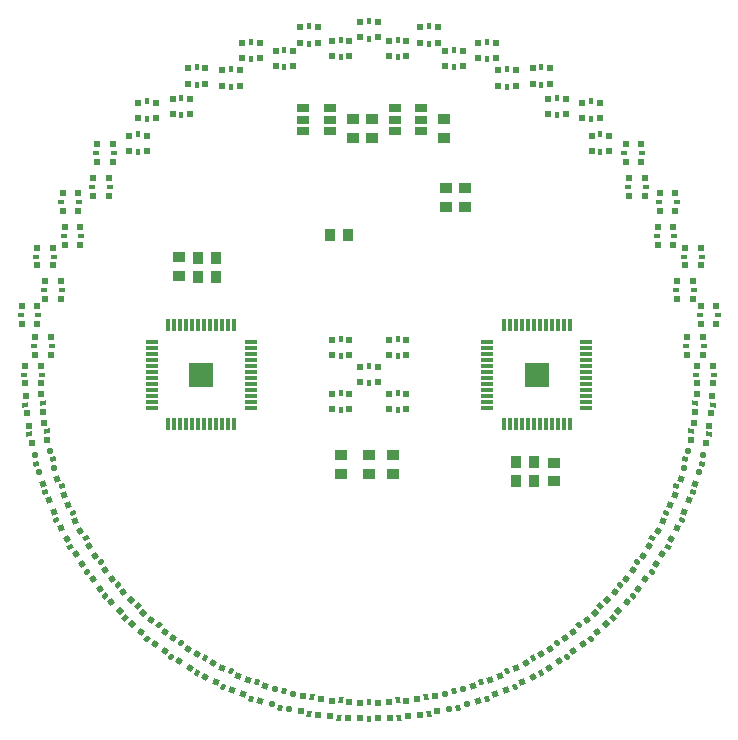
<source format=gtp>
G04 Layer_Color=8421504*
%FSLAX25Y25*%
%MOIN*%
G70*
G01*
G75*
%ADD10R,0.03937X0.03543*%
%ADD11R,0.04134X0.02559*%
%ADD12R,0.03543X0.03937*%
%ADD13R,0.01200X0.04000*%
%ADD14R,0.04000X0.01200*%
%ADD15R,0.07874X0.07874*%
%ADD16R,0.01969X0.01969*%
%ADD17R,0.01575X0.01969*%
%ADD18R,0.01969X0.01969*%
%ADD19R,0.01969X0.01575*%
%ADD20P,0.02784X4X320.0*%
G04:AMPARAMS|DCode=21|XSize=15.75mil|YSize=19.69mil|CornerRadius=0mil|HoleSize=0mil|Usage=FLASHONLY|Rotation=275.000|XOffset=0mil|YOffset=0mil|HoleType=Round|Shape=Rectangle|*
%AMROTATEDRECTD21*
4,1,4,-0.01049,0.00699,0.00912,0.00870,0.01049,-0.00699,-0.00912,-0.00870,-0.01049,0.00699,0.0*
%
%ADD21ROTATEDRECTD21*%

%ADD22P,0.02784X4X335.0*%
G04:AMPARAMS|DCode=23|XSize=15.75mil|YSize=19.69mil|CornerRadius=0mil|HoleSize=0mil|Usage=FLASHONLY|Rotation=290.000|XOffset=0mil|YOffset=0mil|HoleType=Round|Shape=Rectangle|*
%AMROTATEDRECTD23*
4,1,4,-0.01194,0.00403,0.00656,0.01077,0.01194,-0.00403,-0.00656,-0.01077,-0.01194,0.00403,0.0*
%
%ADD23ROTATEDRECTD23*%

%ADD24P,0.02784X4X350.0*%
G04:AMPARAMS|DCode=25|XSize=15.75mil|YSize=19.69mil|CornerRadius=0mil|HoleSize=0mil|Usage=FLASHONLY|Rotation=305.000|XOffset=0mil|YOffset=0mil|HoleType=Round|Shape=Rectangle|*
%AMROTATEDRECTD25*
4,1,4,-0.01258,0.00081,0.00355,0.01210,0.01258,-0.00081,-0.00355,-0.01210,-0.01258,0.00081,0.0*
%
%ADD25ROTATEDRECTD25*%

%ADD26P,0.02784X4X365.0*%
G04:AMPARAMS|DCode=27|XSize=15.75mil|YSize=19.69mil|CornerRadius=0mil|HoleSize=0mil|Usage=FLASHONLY|Rotation=320.000|XOffset=0mil|YOffset=0mil|HoleType=Round|Shape=Rectangle|*
%AMROTATEDRECTD27*
4,1,4,-0.01236,-0.00248,0.00030,0.01260,0.01236,0.00248,-0.00030,-0.01260,-0.01236,-0.00248,0.0*
%
%ADD27ROTATEDRECTD27*%

%ADD28P,0.02784X4X380.0*%
G04:AMPARAMS|DCode=29|XSize=15.75mil|YSize=19.69mil|CornerRadius=0mil|HoleSize=0mil|Usage=FLASHONLY|Rotation=335.000|XOffset=0mil|YOffset=0mil|HoleType=Round|Shape=Rectangle|*
%AMROTATEDRECTD29*
4,1,4,-0.01130,-0.00559,-0.00298,0.01225,0.01130,0.00559,0.00298,-0.01225,-0.01130,-0.00559,0.0*
%
%ADD29ROTATEDRECTD29*%

%ADD30P,0.02784X4X395.0*%
G04:AMPARAMS|DCode=31|XSize=15.75mil|YSize=19.69mil|CornerRadius=0mil|HoleSize=0mil|Usage=FLASHONLY|Rotation=350.000|XOffset=0mil|YOffset=0mil|HoleType=Round|Shape=Rectangle|*
%AMROTATEDRECTD31*
4,1,4,-0.00946,-0.00833,-0.00605,0.01106,0.00946,0.00833,0.00605,-0.01106,-0.00946,-0.00833,0.0*
%
%ADD31ROTATEDRECTD31*%

%ADD32P,0.02784X4X50.0*%
G04:AMPARAMS|DCode=33|XSize=15.75mil|YSize=19.69mil|CornerRadius=0mil|HoleSize=0mil|Usage=FLASHONLY|Rotation=5.000|XOffset=0mil|YOffset=0mil|HoleType=Round|Shape=Rectangle|*
%AMROTATEDRECTD33*
4,1,4,-0.00699,-0.01049,-0.00870,0.00912,0.00699,0.01049,0.00870,-0.00912,-0.00699,-0.01049,0.0*
%
%ADD33ROTATEDRECTD33*%

%ADD34P,0.02784X4X65.0*%
G04:AMPARAMS|DCode=35|XSize=15.75mil|YSize=19.69mil|CornerRadius=0mil|HoleSize=0mil|Usage=FLASHONLY|Rotation=20.000|XOffset=0mil|YOffset=0mil|HoleType=Round|Shape=Rectangle|*
%AMROTATEDRECTD35*
4,1,4,-0.00403,-0.01194,-0.01077,0.00656,0.00403,0.01194,0.01077,-0.00656,-0.00403,-0.01194,0.0*
%
%ADD35ROTATEDRECTD35*%

%ADD36P,0.02784X4X80.0*%
G04:AMPARAMS|DCode=37|XSize=15.75mil|YSize=19.69mil|CornerRadius=0mil|HoleSize=0mil|Usage=FLASHONLY|Rotation=35.000|XOffset=0mil|YOffset=0mil|HoleType=Round|Shape=Rectangle|*
%AMROTATEDRECTD37*
4,1,4,-0.00081,-0.01258,-0.01210,0.00355,0.00081,0.01258,0.01210,-0.00355,-0.00081,-0.01258,0.0*
%
%ADD37ROTATEDRECTD37*%

%ADD38P,0.02784X4X95.0*%
G04:AMPARAMS|DCode=39|XSize=15.75mil|YSize=19.69mil|CornerRadius=0mil|HoleSize=0mil|Usage=FLASHONLY|Rotation=50.000|XOffset=0mil|YOffset=0mil|HoleType=Round|Shape=Rectangle|*
%AMROTATEDRECTD39*
4,1,4,0.00248,-0.01236,-0.01260,0.00030,-0.00248,0.01236,0.01260,-0.00030,0.00248,-0.01236,0.0*
%
%ADD39ROTATEDRECTD39*%

%ADD40P,0.02784X4X110.0*%
G04:AMPARAMS|DCode=41|XSize=15.75mil|YSize=19.69mil|CornerRadius=0mil|HoleSize=0mil|Usage=FLASHONLY|Rotation=65.000|XOffset=0mil|YOffset=0mil|HoleType=Round|Shape=Rectangle|*
%AMROTATEDRECTD41*
4,1,4,0.00559,-0.01130,-0.01225,-0.00298,-0.00559,0.01130,0.01225,0.00298,0.00559,-0.01130,0.0*
%
%ADD41ROTATEDRECTD41*%

%ADD42P,0.02784X4X125.0*%
G04:AMPARAMS|DCode=43|XSize=15.75mil|YSize=19.69mil|CornerRadius=0mil|HoleSize=0mil|Usage=FLASHONLY|Rotation=80.000|XOffset=0mil|YOffset=0mil|HoleType=Round|Shape=Rectangle|*
%AMROTATEDRECTD43*
4,1,4,0.00833,-0.00946,-0.01106,-0.00605,-0.00833,0.00946,0.01106,0.00605,0.00833,-0.00946,0.0*
%
%ADD43ROTATEDRECTD43*%

%ADD44P,0.02784X4X330.0*%
G04:AMPARAMS|DCode=45|XSize=15.75mil|YSize=19.69mil|CornerRadius=0mil|HoleSize=0mil|Usage=FLASHONLY|Rotation=285.000|XOffset=0mil|YOffset=0mil|HoleType=Round|Shape=Rectangle|*
%AMROTATEDRECTD45*
4,1,4,-0.01155,0.00506,0.00747,0.01015,0.01155,-0.00506,-0.00747,-0.01015,-0.01155,0.00506,0.0*
%
%ADD45ROTATEDRECTD45*%

%ADD46P,0.02784X4X345.0*%
G04:AMPARAMS|DCode=47|XSize=15.75mil|YSize=19.69mil|CornerRadius=0mil|HoleSize=0mil|Usage=FLASHONLY|Rotation=300.000|XOffset=0mil|YOffset=0mil|HoleType=Round|Shape=Rectangle|*
%AMROTATEDRECTD47*
4,1,4,-0.01246,0.00190,0.00459,0.01174,0.01246,-0.00190,-0.00459,-0.01174,-0.01246,0.00190,0.0*
%
%ADD47ROTATEDRECTD47*%

%ADD48P,0.02784X4X360.0*%
G04:AMPARAMS|DCode=49|XSize=15.75mil|YSize=19.69mil|CornerRadius=0mil|HoleSize=0mil|Usage=FLASHONLY|Rotation=315.000|XOffset=0mil|YOffset=0mil|HoleType=Round|Shape=Rectangle|*
%AMROTATEDRECTD49*
4,1,4,-0.01253,-0.00139,0.00139,0.01253,0.01253,0.00139,-0.00139,-0.01253,-0.01253,-0.00139,0.0*
%
%ADD49ROTATEDRECTD49*%

%ADD50P,0.02784X4X375.0*%
G04:AMPARAMS|DCode=51|XSize=15.75mil|YSize=19.69mil|CornerRadius=0mil|HoleSize=0mil|Usage=FLASHONLY|Rotation=330.000|XOffset=0mil|YOffset=0mil|HoleType=Round|Shape=Rectangle|*
%AMROTATEDRECTD51*
4,1,4,-0.01174,-0.00459,-0.00190,0.01246,0.01174,0.00459,0.00190,-0.01246,-0.01174,-0.00459,0.0*
%
%ADD51ROTATEDRECTD51*%

%ADD52P,0.02784X4X390.0*%
G04:AMPARAMS|DCode=53|XSize=15.75mil|YSize=19.69mil|CornerRadius=0mil|HoleSize=0mil|Usage=FLASHONLY|Rotation=345.000|XOffset=0mil|YOffset=0mil|HoleType=Round|Shape=Rectangle|*
%AMROTATEDRECTD53*
4,1,4,-0.01015,-0.00747,-0.00506,0.01155,0.01015,0.00747,0.00506,-0.01155,-0.01015,-0.00747,0.0*
%
%ADD53ROTATEDRECTD53*%

%ADD54P,0.02784X4X60.0*%
G04:AMPARAMS|DCode=55|XSize=15.75mil|YSize=19.69mil|CornerRadius=0mil|HoleSize=0mil|Usage=FLASHONLY|Rotation=15.000|XOffset=0mil|YOffset=0mil|HoleType=Round|Shape=Rectangle|*
%AMROTATEDRECTD55*
4,1,4,-0.00506,-0.01155,-0.01015,0.00747,0.00506,0.01155,0.01015,-0.00747,-0.00506,-0.01155,0.0*
%
%ADD55ROTATEDRECTD55*%

%ADD56P,0.02784X4X75.0*%
G04:AMPARAMS|DCode=57|XSize=15.75mil|YSize=19.69mil|CornerRadius=0mil|HoleSize=0mil|Usage=FLASHONLY|Rotation=30.000|XOffset=0mil|YOffset=0mil|HoleType=Round|Shape=Rectangle|*
%AMROTATEDRECTD57*
4,1,4,-0.00190,-0.01246,-0.01174,0.00459,0.00190,0.01246,0.01174,-0.00459,-0.00190,-0.01246,0.0*
%
%ADD57ROTATEDRECTD57*%

%ADD58P,0.02784X4X90.0*%
G04:AMPARAMS|DCode=59|XSize=15.75mil|YSize=19.69mil|CornerRadius=0mil|HoleSize=0mil|Usage=FLASHONLY|Rotation=45.000|XOffset=0mil|YOffset=0mil|HoleType=Round|Shape=Rectangle|*
%AMROTATEDRECTD59*
4,1,4,0.00139,-0.01253,-0.01253,0.00139,-0.00139,0.01253,0.01253,-0.00139,0.00139,-0.01253,0.0*
%
%ADD59ROTATEDRECTD59*%

%ADD60P,0.02784X4X105.0*%
G04:AMPARAMS|DCode=61|XSize=15.75mil|YSize=19.69mil|CornerRadius=0mil|HoleSize=0mil|Usage=FLASHONLY|Rotation=60.000|XOffset=0mil|YOffset=0mil|HoleType=Round|Shape=Rectangle|*
%AMROTATEDRECTD61*
4,1,4,0.00459,-0.01174,-0.01246,-0.00190,-0.00459,0.01174,0.01246,0.00190,0.00459,-0.01174,0.0*
%
%ADD61ROTATEDRECTD61*%

%ADD62P,0.02784X4X120.0*%
G04:AMPARAMS|DCode=63|XSize=15.75mil|YSize=19.69mil|CornerRadius=0mil|HoleSize=0mil|Usage=FLASHONLY|Rotation=75.000|XOffset=0mil|YOffset=0mil|HoleType=Round|Shape=Rectangle|*
%AMROTATEDRECTD63*
4,1,4,0.00747,-0.01015,-0.01155,-0.00506,-0.00747,0.01015,0.01155,0.00506,0.00747,-0.01015,0.0*
%
%ADD63ROTATEDRECTD63*%

%ADD64P,0.02784X4X130.0*%
G04:AMPARAMS|DCode=65|XSize=15.75mil|YSize=19.69mil|CornerRadius=0mil|HoleSize=0mil|Usage=FLASHONLY|Rotation=85.000|XOffset=0mil|YOffset=0mil|HoleType=Round|Shape=Rectangle|*
%AMROTATEDRECTD65*
4,1,4,0.00912,-0.00870,-0.01049,-0.00699,-0.00912,0.00870,0.01049,0.00699,0.00912,-0.00870,0.0*
%
%ADD65ROTATEDRECTD65*%

%ADD66P,0.02784X4X115.0*%
G04:AMPARAMS|DCode=67|XSize=15.75mil|YSize=19.69mil|CornerRadius=0mil|HoleSize=0mil|Usage=FLASHONLY|Rotation=70.000|XOffset=0mil|YOffset=0mil|HoleType=Round|Shape=Rectangle|*
%AMROTATEDRECTD67*
4,1,4,0.00656,-0.01077,-0.01194,-0.00403,-0.00656,0.01077,0.01194,0.00403,0.00656,-0.01077,0.0*
%
%ADD67ROTATEDRECTD67*%

%ADD68P,0.02784X4X100.0*%
G04:AMPARAMS|DCode=69|XSize=15.75mil|YSize=19.69mil|CornerRadius=0mil|HoleSize=0mil|Usage=FLASHONLY|Rotation=55.000|XOffset=0mil|YOffset=0mil|HoleType=Round|Shape=Rectangle|*
%AMROTATEDRECTD69*
4,1,4,0.00355,-0.01210,-0.01258,-0.00081,-0.00355,0.01210,0.01258,0.00081,0.00355,-0.01210,0.0*
%
%ADD69ROTATEDRECTD69*%

%ADD70P,0.02784X4X85.0*%
G04:AMPARAMS|DCode=71|XSize=15.75mil|YSize=19.69mil|CornerRadius=0mil|HoleSize=0mil|Usage=FLASHONLY|Rotation=40.000|XOffset=0mil|YOffset=0mil|HoleType=Round|Shape=Rectangle|*
%AMROTATEDRECTD71*
4,1,4,0.00030,-0.01260,-0.01236,0.00248,-0.00030,0.01260,0.01236,-0.00248,0.00030,-0.01260,0.0*
%
%ADD71ROTATEDRECTD71*%

%ADD72P,0.02784X4X70.0*%
G04:AMPARAMS|DCode=73|XSize=15.75mil|YSize=19.69mil|CornerRadius=0mil|HoleSize=0mil|Usage=FLASHONLY|Rotation=25.000|XOffset=0mil|YOffset=0mil|HoleType=Round|Shape=Rectangle|*
%AMROTATEDRECTD73*
4,1,4,-0.00298,-0.01225,-0.01130,0.00559,0.00298,0.01225,0.01130,-0.00559,-0.00298,-0.01225,0.0*
%
%ADD73ROTATEDRECTD73*%

%ADD74P,0.02784X4X55.0*%
G04:AMPARAMS|DCode=75|XSize=15.75mil|YSize=19.69mil|CornerRadius=0mil|HoleSize=0mil|Usage=FLASHONLY|Rotation=10.000|XOffset=0mil|YOffset=0mil|HoleType=Round|Shape=Rectangle|*
%AMROTATEDRECTD75*
4,1,4,-0.00605,-0.01106,-0.00946,0.00833,0.00605,0.01106,0.00946,-0.00833,-0.00605,-0.01106,0.0*
%
%ADD75ROTATEDRECTD75*%

%ADD76P,0.02784X4X400.0*%
G04:AMPARAMS|DCode=77|XSize=15.75mil|YSize=19.69mil|CornerRadius=0mil|HoleSize=0mil|Usage=FLASHONLY|Rotation=355.000|XOffset=0mil|YOffset=0mil|HoleType=Round|Shape=Rectangle|*
%AMROTATEDRECTD77*
4,1,4,-0.00870,-0.00912,-0.00699,0.01049,0.00870,0.00912,0.00699,-0.01049,-0.00870,-0.00912,0.0*
%
%ADD77ROTATEDRECTD77*%

%ADD78P,0.02784X4X385.0*%
G04:AMPARAMS|DCode=79|XSize=15.75mil|YSize=19.69mil|CornerRadius=0mil|HoleSize=0mil|Usage=FLASHONLY|Rotation=340.000|XOffset=0mil|YOffset=0mil|HoleType=Round|Shape=Rectangle|*
%AMROTATEDRECTD79*
4,1,4,-0.01077,-0.00656,-0.00403,0.01194,0.01077,0.00656,0.00403,-0.01194,-0.01077,-0.00656,0.0*
%
%ADD79ROTATEDRECTD79*%

%ADD80P,0.02784X4X370.0*%
G04:AMPARAMS|DCode=81|XSize=15.75mil|YSize=19.69mil|CornerRadius=0mil|HoleSize=0mil|Usage=FLASHONLY|Rotation=325.000|XOffset=0mil|YOffset=0mil|HoleType=Round|Shape=Rectangle|*
%AMROTATEDRECTD81*
4,1,4,-0.01210,-0.00355,-0.00081,0.01258,0.01210,0.00355,0.00081,-0.01258,-0.01210,-0.00355,0.0*
%
%ADD81ROTATEDRECTD81*%

%ADD82P,0.02784X4X355.0*%
G04:AMPARAMS|DCode=83|XSize=15.75mil|YSize=19.69mil|CornerRadius=0mil|HoleSize=0mil|Usage=FLASHONLY|Rotation=310.000|XOffset=0mil|YOffset=0mil|HoleType=Round|Shape=Rectangle|*
%AMROTATEDRECTD83*
4,1,4,-0.01260,-0.00030,0.00248,0.01236,0.01260,0.00030,-0.00248,-0.01236,-0.01260,-0.00030,0.0*
%
%ADD83ROTATEDRECTD83*%

%ADD84P,0.02784X4X340.0*%
G04:AMPARAMS|DCode=85|XSize=15.75mil|YSize=19.69mil|CornerRadius=0mil|HoleSize=0mil|Usage=FLASHONLY|Rotation=295.000|XOffset=0mil|YOffset=0mil|HoleType=Round|Shape=Rectangle|*
%AMROTATEDRECTD85*
4,1,4,-0.01225,0.00298,0.00559,0.01130,0.01225,-0.00298,-0.00559,-0.01130,-0.01225,0.00298,0.0*
%
%ADD85ROTATEDRECTD85*%

%ADD86P,0.02784X4X325.0*%
G04:AMPARAMS|DCode=87|XSize=15.75mil|YSize=19.69mil|CornerRadius=0mil|HoleSize=0mil|Usage=FLASHONLY|Rotation=280.000|XOffset=0mil|YOffset=0mil|HoleType=Round|Shape=Rectangle|*
%AMROTATEDRECTD87*
4,1,4,-0.01106,0.00605,0.00833,0.00946,0.01106,-0.00605,-0.00833,-0.00946,-0.01106,0.00605,0.0*
%
%ADD87ROTATEDRECTD87*%

D10*
X1000Y85150D02*
D03*
Y78850D02*
D03*
X-5500Y85150D02*
D03*
Y78850D02*
D03*
X25000Y85150D02*
D03*
Y78850D02*
D03*
X32000Y55850D02*
D03*
Y62150D02*
D03*
X25500Y55850D02*
D03*
Y62150D02*
D03*
X-63500Y32850D02*
D03*
Y39150D02*
D03*
X8000Y-26850D02*
D03*
Y-33150D02*
D03*
X0Y-26850D02*
D03*
Y-33150D02*
D03*
X-9500Y-26850D02*
D03*
Y-33150D02*
D03*
X61500Y-29350D02*
D03*
Y-35650D02*
D03*
D11*
X-13071Y81260D02*
D03*
Y85000D02*
D03*
Y88740D02*
D03*
X-21929D02*
D03*
Y85000D02*
D03*
Y81260D02*
D03*
X17429D02*
D03*
Y85000D02*
D03*
Y88740D02*
D03*
X8571D02*
D03*
Y85000D02*
D03*
Y81260D02*
D03*
D12*
X-13150Y46500D02*
D03*
X-6850D02*
D03*
X-57150Y39000D02*
D03*
X-50850D02*
D03*
X-57150Y32500D02*
D03*
X-50850D02*
D03*
X48850Y-29000D02*
D03*
X55150D02*
D03*
X48850Y-35500D02*
D03*
X55150D02*
D03*
D13*
X-66906Y16500D02*
D03*
X-64906D02*
D03*
X-62906D02*
D03*
X-60906D02*
D03*
X-58906D02*
D03*
X-56906D02*
D03*
X-54906D02*
D03*
X-52906D02*
D03*
X-50906D02*
D03*
X-48906D02*
D03*
X-46906D02*
D03*
X-44906D02*
D03*
Y-16500D02*
D03*
X-46906D02*
D03*
X-48906D02*
D03*
X-50906D02*
D03*
X-52906D02*
D03*
X-54906D02*
D03*
X-56906D02*
D03*
X-58906D02*
D03*
X-60906D02*
D03*
X-62906D02*
D03*
X-64906D02*
D03*
X-66906D02*
D03*
X66906D02*
D03*
X64906D02*
D03*
X62906D02*
D03*
X60906D02*
D03*
X58906D02*
D03*
X56906D02*
D03*
X54906D02*
D03*
X52906D02*
D03*
X50906D02*
D03*
X48906D02*
D03*
X46906D02*
D03*
X44906D02*
D03*
Y16500D02*
D03*
X46906D02*
D03*
X48906D02*
D03*
X50906D02*
D03*
X52906D02*
D03*
X54906D02*
D03*
X56906D02*
D03*
X58906D02*
D03*
X60906D02*
D03*
X62906D02*
D03*
X64906D02*
D03*
X66906D02*
D03*
D14*
X-39406Y11000D02*
D03*
Y9000D02*
D03*
Y7000D02*
D03*
Y5000D02*
D03*
Y3000D02*
D03*
Y1000D02*
D03*
Y-1000D02*
D03*
Y-3000D02*
D03*
Y-5000D02*
D03*
Y-7000D02*
D03*
Y-9000D02*
D03*
Y-11000D02*
D03*
X-72406D02*
D03*
Y-9000D02*
D03*
Y-7000D02*
D03*
Y-5000D02*
D03*
Y-3000D02*
D03*
Y-1000D02*
D03*
Y1000D02*
D03*
Y3000D02*
D03*
Y5000D02*
D03*
Y7000D02*
D03*
Y9000D02*
D03*
Y11000D02*
D03*
X39406Y-11000D02*
D03*
Y-9000D02*
D03*
Y-7000D02*
D03*
Y-5000D02*
D03*
Y-3000D02*
D03*
Y-1000D02*
D03*
Y1000D02*
D03*
Y3000D02*
D03*
Y5000D02*
D03*
Y7000D02*
D03*
Y9000D02*
D03*
Y11000D02*
D03*
X72406D02*
D03*
Y9000D02*
D03*
Y7000D02*
D03*
Y5000D02*
D03*
Y3000D02*
D03*
Y1000D02*
D03*
Y-1000D02*
D03*
Y-3000D02*
D03*
Y-5000D02*
D03*
Y-7000D02*
D03*
Y-9000D02*
D03*
Y-11000D02*
D03*
D15*
X-55906Y0D02*
D03*
X55906D02*
D03*
D16*
X-12453Y11559D02*
D03*
X-6547D02*
D03*
X-12453Y6441D02*
D03*
X-6547D02*
D03*
X6547Y11559D02*
D03*
X12453D02*
D03*
X6547Y6441D02*
D03*
X12453D02*
D03*
X-2953Y2559D02*
D03*
X2953D02*
D03*
X-2953Y-2559D02*
D03*
X2953D02*
D03*
X-6547Y-11559D02*
D03*
X-12453D02*
D03*
X-6547Y-6441D02*
D03*
X-12453D02*
D03*
X12453Y-11559D02*
D03*
X6547D02*
D03*
X12453Y-6441D02*
D03*
X6547D02*
D03*
X-6552Y106081D02*
D03*
X-12458D02*
D03*
X-6552Y111199D02*
D03*
X-12457D02*
D03*
X-36366Y105468D02*
D03*
X-42272Y105469D02*
D03*
X-36366Y110587D02*
D03*
X-42272D02*
D03*
X-59599Y86774D02*
D03*
X-65504Y86774D02*
D03*
X-59599Y91892D02*
D03*
X-65504D02*
D03*
X76848Y85506D02*
D03*
X70942Y85506D02*
D03*
X76848Y90624D02*
D03*
X70943Y90624D02*
D03*
X49041Y96278D02*
D03*
X43136D02*
D03*
X49041Y101396D02*
D03*
X43136Y101397D02*
D03*
X22915Y110655D02*
D03*
X17010D02*
D03*
X22915Y115773D02*
D03*
X17010D02*
D03*
X-25273Y102780D02*
D03*
X-31178Y102780D02*
D03*
X-25273Y107898D02*
D03*
X-31178D02*
D03*
X-54528Y97000D02*
D03*
X-60433D02*
D03*
X-54527Y102118D02*
D03*
X-60433D02*
D03*
X-74161Y74555D02*
D03*
X-80066D02*
D03*
X-74161Y79673D02*
D03*
X-80066D02*
D03*
X-2953Y-109449D02*
D03*
X2953D02*
D03*
X-2953Y-114567D02*
D03*
X2953D02*
D03*
X80066Y74555D02*
D03*
X74161D02*
D03*
X80066Y79673D02*
D03*
X74161D02*
D03*
X60433Y97000D02*
D03*
X54528D02*
D03*
X60433Y102118D02*
D03*
X54528D02*
D03*
X31178Y102780D02*
D03*
X25273Y102780D02*
D03*
X31178Y107898D02*
D03*
X25273D02*
D03*
X2953Y112402D02*
D03*
X-2953D02*
D03*
X2953Y117520D02*
D03*
X-2953D02*
D03*
X12458Y106081D02*
D03*
X6552D02*
D03*
X12458Y111199D02*
D03*
X6552D02*
D03*
X42272Y105469D02*
D03*
X36366D02*
D03*
X42272Y110587D02*
D03*
X36366D02*
D03*
X65504Y86774D02*
D03*
X59599D02*
D03*
X65504Y91892D02*
D03*
X59599D02*
D03*
X-70942Y85506D02*
D03*
X-76848D02*
D03*
X-70943Y90624D02*
D03*
X-76848D02*
D03*
X-43136Y96278D02*
D03*
X-49041D02*
D03*
X-43136Y101397D02*
D03*
X-49041D02*
D03*
X-17010Y110655D02*
D03*
X-22915D02*
D03*
X-17010Y115773D02*
D03*
X-22915D02*
D03*
D17*
X-9500Y11953D02*
D03*
Y6047D02*
D03*
X9500Y11953D02*
D03*
Y6047D02*
D03*
X0Y2953D02*
D03*
Y-2953D02*
D03*
X-9500Y-11953D02*
D03*
Y-6047D02*
D03*
X9500Y-11953D02*
D03*
Y-6047D02*
D03*
X-9505Y105687D02*
D03*
Y111593D02*
D03*
X-39319Y105075D02*
D03*
Y110980D02*
D03*
X-62552Y86380D02*
D03*
X-62551Y92285D02*
D03*
X73895Y85112D02*
D03*
X73895Y91018D02*
D03*
X46089Y95885D02*
D03*
X46089Y101790D02*
D03*
X19963Y110261D02*
D03*
Y116167D02*
D03*
X-28226Y102386D02*
D03*
Y108292D02*
D03*
X-57480Y96606D02*
D03*
Y102512D02*
D03*
X-77114Y74161D02*
D03*
Y80066D02*
D03*
X0Y-109055D02*
D03*
Y-114961D02*
D03*
X77114Y74161D02*
D03*
Y80066D02*
D03*
X57480Y96606D02*
D03*
Y102512D02*
D03*
X28226Y102386D02*
D03*
Y108292D02*
D03*
X0Y112008D02*
D03*
Y117913D02*
D03*
X9505Y105687D02*
D03*
Y111593D02*
D03*
X39319Y105075D02*
D03*
Y110980D02*
D03*
X62551Y86380D02*
D03*
Y92285D02*
D03*
X-73895Y85112D02*
D03*
Y91018D02*
D03*
X-46089Y95885D02*
D03*
Y101790D02*
D03*
X-19963Y110261D02*
D03*
Y116167D02*
D03*
D18*
X-85506Y76848D02*
D03*
X-85506Y70942D02*
D03*
X-90624Y76848D02*
D03*
X-90624Y70943D02*
D03*
X-96278Y49041D02*
D03*
Y43136D02*
D03*
X-101396Y49041D02*
D03*
X-101397Y43136D02*
D03*
X-110655Y22915D02*
D03*
Y17010D02*
D03*
X-115773Y22915D02*
D03*
Y17010D02*
D03*
X106081Y6552D02*
D03*
Y12458D02*
D03*
X111199Y6552D02*
D03*
Y12457D02*
D03*
X105468Y36366D02*
D03*
X105469Y42272D02*
D03*
X110587Y36366D02*
D03*
Y42272D02*
D03*
X86774Y59599D02*
D03*
X86774Y65504D02*
D03*
X91892Y59599D02*
D03*
Y65504D02*
D03*
X-97000Y60433D02*
D03*
Y54528D02*
D03*
X-102118Y60433D02*
D03*
Y54528D02*
D03*
X-102780Y31178D02*
D03*
Y25273D02*
D03*
X-107898Y31178D02*
D03*
Y25273D02*
D03*
X-109449Y2953D02*
D03*
Y-2953D02*
D03*
X-114567Y2953D02*
D03*
Y-2953D02*
D03*
X109449D02*
D03*
Y2953D02*
D03*
X114567Y-2953D02*
D03*
Y2953D02*
D03*
X102780Y25273D02*
D03*
X102780Y31178D02*
D03*
X107898Y25273D02*
D03*
Y31178D02*
D03*
X97000Y54528D02*
D03*
Y60433D02*
D03*
X102118Y54528D02*
D03*
Y60433D02*
D03*
X85506Y70943D02*
D03*
Y76848D02*
D03*
X90624Y70943D02*
D03*
Y76848D02*
D03*
X96278Y43136D02*
D03*
Y49041D02*
D03*
X101397Y43136D02*
D03*
Y49041D02*
D03*
X110655Y17010D02*
D03*
Y22915D02*
D03*
X115773Y17010D02*
D03*
Y22915D02*
D03*
X-106081Y12458D02*
D03*
Y6552D02*
D03*
X-111199Y12458D02*
D03*
Y6552D02*
D03*
X-105469Y42272D02*
D03*
Y36366D02*
D03*
X-110587Y42272D02*
D03*
Y36366D02*
D03*
X-86774Y65504D02*
D03*
Y59599D02*
D03*
X-91892Y65504D02*
D03*
Y59599D02*
D03*
D19*
X-85112Y73895D02*
D03*
X-91018Y73895D02*
D03*
X-95885Y46089D02*
D03*
X-101790Y46089D02*
D03*
X-110261Y19963D02*
D03*
X-116167D02*
D03*
X105687Y9505D02*
D03*
X111593D02*
D03*
X105075Y39319D02*
D03*
X110980Y39319D02*
D03*
X86380Y62552D02*
D03*
X92285Y62551D02*
D03*
X-96606Y57480D02*
D03*
X-102512D02*
D03*
X-102386Y28226D02*
D03*
X-108292D02*
D03*
X-109055Y0D02*
D03*
X-114961D02*
D03*
X109055D02*
D03*
X114961D02*
D03*
X102386Y28226D02*
D03*
X108292D02*
D03*
X96606Y57480D02*
D03*
X102512D02*
D03*
X85112Y73895D02*
D03*
X91018D02*
D03*
X95885Y46089D02*
D03*
X101790D02*
D03*
X110261Y19963D02*
D03*
X116167D02*
D03*
X-105687Y9505D02*
D03*
X-111593D02*
D03*
X-105075Y39319D02*
D03*
X-110980D02*
D03*
X-86380Y62551D02*
D03*
X-92285D02*
D03*
D20*
X-109290Y-6598D02*
D03*
X-108775Y-12481D02*
D03*
X-114388Y-7044D02*
D03*
X-113874Y-12927D02*
D03*
D21*
X-108640Y-9505D02*
D03*
X-114523Y-10019D02*
D03*
D22*
X-103858Y-34659D02*
D03*
X-101838Y-40208D02*
D03*
X-108668Y-36409D02*
D03*
X-106648Y-41959D02*
D03*
D23*
X-102478Y-37299D02*
D03*
X-108028Y-39319D02*
D03*
D24*
X-91349Y-60358D02*
D03*
X-87962Y-65196D02*
D03*
X-95541Y-63294D02*
D03*
X-92154Y-68132D02*
D03*
D25*
X-89333Y-62551D02*
D03*
X-94170Y-65939D02*
D03*
D26*
X-72614Y-81945D02*
D03*
X-68090Y-85741D02*
D03*
X-75904Y-85865D02*
D03*
X-71380Y-89661D02*
D03*
D27*
X-70099Y-83541D02*
D03*
X-73895Y-88065D02*
D03*
D28*
X-48931Y-97946D02*
D03*
X-43579Y-100442D02*
D03*
X-51094Y-102585D02*
D03*
X-45742Y-105081D02*
D03*
D29*
X-46089Y-98838D02*
D03*
X-48585Y-104190D02*
D03*
D30*
X-21913Y-107273D02*
D03*
X-16098Y-108299D02*
D03*
X-22802Y-112314D02*
D03*
X-16986Y-113339D02*
D03*
D31*
X-18937Y-107398D02*
D03*
X-19963Y-113214D02*
D03*
D32*
X6598Y-109290D02*
D03*
X12481Y-108775D02*
D03*
X7044Y-114388D02*
D03*
X12927Y-113874D02*
D03*
D33*
X9505Y-108640D02*
D03*
X10020Y-114523D02*
D03*
D34*
X34659Y-103858D02*
D03*
X40208Y-101838D02*
D03*
X36409Y-108668D02*
D03*
X41959Y-106648D02*
D03*
D35*
X37299Y-102478D02*
D03*
X39319Y-108028D02*
D03*
D36*
X60358Y-91349D02*
D03*
X65196Y-87962D02*
D03*
X63294Y-95541D02*
D03*
X68132Y-92154D02*
D03*
D37*
X62552Y-89333D02*
D03*
X65939Y-94170D02*
D03*
D38*
X81945Y-72614D02*
D03*
X85741Y-68090D02*
D03*
X85865Y-75904D02*
D03*
X89661Y-71380D02*
D03*
D39*
X83541Y-70099D02*
D03*
X88065Y-73895D02*
D03*
D40*
X97946Y-48931D02*
D03*
X100442Y-43579D02*
D03*
X102585Y-51094D02*
D03*
X105081Y-45742D02*
D03*
D41*
X98838Y-46089D02*
D03*
X104190Y-48585D02*
D03*
D42*
X107273Y-21913D02*
D03*
X108299Y-16098D02*
D03*
X112314Y-22802D02*
D03*
X113339Y-16986D02*
D03*
D43*
X107398Y-18937D02*
D03*
X113214Y-19963D02*
D03*
D44*
X-106484Y-25475D02*
D03*
X-104955Y-31180D02*
D03*
X-111427Y-26800D02*
D03*
X-109899Y-32504D02*
D03*
D45*
X-105339Y-28226D02*
D03*
X-111043Y-29754D02*
D03*
D46*
X-96262Y-52167D02*
D03*
X-93309Y-57282D02*
D03*
X-100694Y-54726D02*
D03*
X-97741Y-59841D02*
D03*
D47*
X-94444Y-54528D02*
D03*
X-99559Y-57480D02*
D03*
D48*
X-79480Y-75304D02*
D03*
X-75304Y-79480D02*
D03*
X-83099Y-78923D02*
D03*
X-78923Y-83099D02*
D03*
D49*
X-77114Y-77114D02*
D03*
X-81289Y-81289D02*
D03*
D50*
X-57282Y-93309D02*
D03*
X-52167Y-96262D02*
D03*
X-59841Y-97741D02*
D03*
X-54726Y-100694D02*
D03*
D51*
X-54528Y-94444D02*
D03*
X-57480Y-99559D02*
D03*
D52*
X-31180Y-104955D02*
D03*
X-25475Y-106484D02*
D03*
X-32504Y-109899D02*
D03*
X-26800Y-111427D02*
D03*
D53*
X-28226Y-105339D02*
D03*
X-29754Y-111043D02*
D03*
D54*
X25475Y-106484D02*
D03*
X31180Y-104955D02*
D03*
X26800Y-111427D02*
D03*
X32504Y-109899D02*
D03*
D55*
X28226Y-105339D02*
D03*
X29754Y-111043D02*
D03*
D56*
X52167Y-96262D02*
D03*
X57282Y-93309D02*
D03*
X54726Y-100694D02*
D03*
X59841Y-97741D02*
D03*
D57*
X54528Y-94444D02*
D03*
X57480Y-99559D02*
D03*
D58*
X75304Y-79480D02*
D03*
X79480Y-75304D02*
D03*
X78923Y-83099D02*
D03*
X83099Y-78923D02*
D03*
D59*
X77114Y-77114D02*
D03*
X81289Y-81289D02*
D03*
D60*
X93309Y-57282D02*
D03*
X96262Y-52167D02*
D03*
X97741Y-59841D02*
D03*
X100694Y-54726D02*
D03*
D61*
X94444Y-54528D02*
D03*
X99559Y-57480D02*
D03*
D62*
X104955Y-31180D02*
D03*
X106484Y-25475D02*
D03*
X109899Y-32504D02*
D03*
X111427Y-26800D02*
D03*
D63*
X105339Y-28226D02*
D03*
X111043Y-29754D02*
D03*
D64*
X108775Y-12481D02*
D03*
X109290Y-6598D02*
D03*
X113874Y-12927D02*
D03*
X114388Y-7044D02*
D03*
D65*
X108640Y-9505D02*
D03*
X114523Y-10019D02*
D03*
D66*
X101838Y-40208D02*
D03*
X103858Y-34659D02*
D03*
X106648Y-41959D02*
D03*
X108668Y-36410D02*
D03*
D67*
X102478Y-37299D02*
D03*
X108028Y-39319D02*
D03*
D68*
X87962Y-65196D02*
D03*
X91349Y-60358D02*
D03*
X92154Y-68132D02*
D03*
X95541Y-63294D02*
D03*
D69*
X89333Y-62551D02*
D03*
X94170Y-65939D02*
D03*
D70*
X68090Y-85741D02*
D03*
X72614Y-81945D02*
D03*
X71380Y-89661D02*
D03*
X75904Y-85865D02*
D03*
D71*
X70099Y-83541D02*
D03*
X73895Y-88065D02*
D03*
D72*
X43579Y-100442D02*
D03*
X48931Y-97946D02*
D03*
X45742Y-105081D02*
D03*
X51094Y-102585D02*
D03*
D73*
X46089Y-98837D02*
D03*
X48584Y-104190D02*
D03*
D74*
X16098Y-108299D02*
D03*
X21913Y-107273D02*
D03*
X16986Y-113339D02*
D03*
X22802Y-112314D02*
D03*
D75*
X18937Y-107398D02*
D03*
X19963Y-113214D02*
D03*
D76*
X-12481Y-108775D02*
D03*
X-6598Y-109290D02*
D03*
X-12927Y-113874D02*
D03*
X-7044Y-114388D02*
D03*
D77*
X-9505Y-108640D02*
D03*
X-10019Y-114523D02*
D03*
D78*
X-40208Y-101838D02*
D03*
X-34659Y-103858D02*
D03*
X-41959Y-106648D02*
D03*
X-36410Y-108668D02*
D03*
D79*
X-37299Y-102478D02*
D03*
X-39319Y-108028D02*
D03*
D80*
X-65196Y-87962D02*
D03*
X-60358Y-91349D02*
D03*
X-68132Y-92154D02*
D03*
X-63294Y-95541D02*
D03*
D81*
X-62551Y-89333D02*
D03*
X-65939Y-94170D02*
D03*
D82*
X-85741Y-68090D02*
D03*
X-81945Y-72614D02*
D03*
X-89661Y-71380D02*
D03*
X-85865Y-75904D02*
D03*
D83*
X-83541Y-70099D02*
D03*
X-88065Y-73895D02*
D03*
D84*
X-100442Y-43579D02*
D03*
X-97946Y-48931D02*
D03*
X-105081Y-45742D02*
D03*
X-102585Y-51094D02*
D03*
D85*
X-98837Y-46089D02*
D03*
X-104190Y-48584D02*
D03*
D86*
X-108299Y-16098D02*
D03*
X-107273Y-21913D02*
D03*
X-113339Y-16986D02*
D03*
X-112314Y-22802D02*
D03*
D87*
X-107398Y-18937D02*
D03*
X-113214Y-19963D02*
D03*
M02*

</source>
